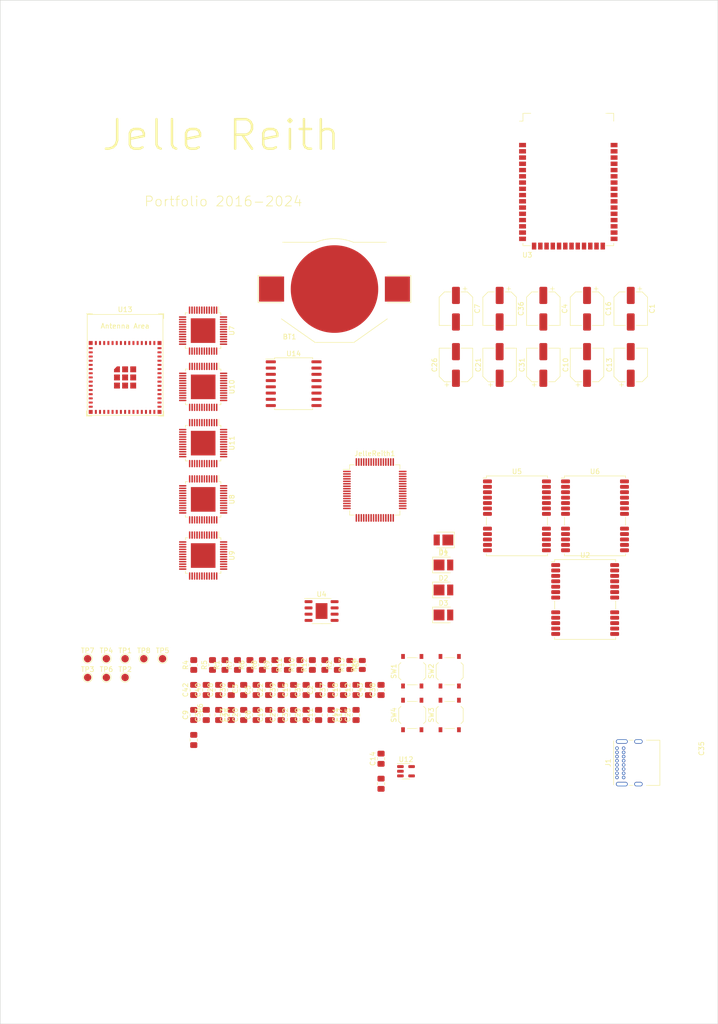
<source format=kicad_pcb>
(kicad_pcb (version 20221018) (generator pcbnew)
  (title_block (title "Portfolio") (date "2024-04-05") (rev "1") (company "Jelle Reith"))
  (layers (0 "F.Cu" signal) (31 "B.Cu" signal) (34 "B.Paste" user) (35 "F.Paste" user) (36 "B.SilkS" user "B.Silkscreen") (37 "F.SilkS" user "F.Silkscreen") (38 "B.Mask" user) (39 "F.Mask" user) (44 "Edge.Cuts" user))
  (net 0 "")
  (net 71 "VCC")
  (net 72 "Net-(JelleReith1-PC0)")
  (net 73 "Net-(JelleReith1-PC1)")
  (net 74 "Net-(JelleReith1-PC2)")
  (net 75 "Net-(JelleReith1-PA0)")
  (net 76 "Net-(JelleReith1-PA1)")
  (net 77 "Net-(JelleReith1-PA2)")
  (net 78 "GND")
  (net 79 "Net-(JelleReith1-PA3)")
  (net 80 "Net-(JelleReith1-PA4)")
  (net 81 "Net-(JelleReith1-PA5)")
  (net 82 "Net-(JelleReith1-PA6)")
  (net 83 "Net-(JelleReith1-PA7)")
  (net 84 "Net-(JelleReith1-PC4)")
  (net 85 "Net-(JelleReith1-PB0)")
  (net 86 "Net-(JelleReith1-PB1)")
  (net 87 "Net-(JelleReith1-PA8)")
  (net 88 "Net-(JelleReith1-PA9)")
  (net 89 "Net-(JelleReith1-PA10)")
  (net 90 "Net-(JelleReith1-PA12)")
  (net 91 "Net-(JelleReith1-PA13)")
  (net 92 "Net-(JelleReith1-PA14)")
  (net 93 "Net-(JelleReith1-PA15)")
  (net 94 "Net-(U2-TIMEPULSE)")
  (net 95 "Net-(U2-RF_IN)")
  (net 96 "Net-(U2-LNA_EN)")
  (net 97 "EN")
  (net 98 "VIN")
  (net 105 "Net-(U5-GND-Pad10)")
  (net 119 "Net-(U6-GND-Pad10)")
  (net 127 "Net-(BT1-+)")
  (net 128 "V_USB")
  (net 129 "3V3")
  (net 130 "SOLSTICE_LED_LINE")
  (net 131 "FUTURE_LED_LINE")
  (net 132 "SOLARGRAPH_LED_LINE")
  (net 133 "SECONDARY_LOCATION_LED_LINE")
  (net 134 "Net-(J1-CC1)")
  (net 135 "USB_D+")
  (net 136 "USB_D-")
  (net 138 "Net-(J1-CC2)")
  (net 140 "Net-(U7-RSET)")
  (net 141 "Net-(U8-RSET)")
  (net 142 "Net-(U9-RSET)")
  (net 143 "Net-(U10-RSET)")
  (net 144 "Net-(U11-RSET)")
  (net 145 "SOLSTICE_EQUINOX_LED")
  (net 146 "FUTURE_LED")
  (net 147 "SOLARGRAPH_LED")
  (net 148 "SECONDARY_LOCATION_LED")
  (net 149 "I2C_SCL")
  (net 150 "I2C_SDA")
  (net 151 "BOOT")
  (net 152 "MODE_BUTTON")
  (net 153 "SELECT_BUTTON")
  (net 154 "LONGITUDE_POT_IN")
  (net 155 "LONGITUDE_POT_IN_BACKUP")
  (net 156 "LATITUDE_POT_IN")
  (net 157 "LATITUDE_POT_IN_BACKUP")
  (net 159 "DR4_SW1")
  (net 160 "DR4_SW2")
  (net 161 "DR4_SW3")
  (net 162 "DR4_SW4")
  (net 163 "DR4_SW5")
  (net 164 "DR4_SW6")
  (net 165 "DR4_SW7")
  (net 166 "DR4_SW8")
  (net 167 "DR4_SW9")
  (net 168 "DR4_SW10")
  (net 169 "DR4_SW11")
  (net 170 "DR4_SW12")
  (net 171 "DR4_CS1")
  (net 172 "DR4_CS2")
  (net 173 "DR4_CS3")
  (net 174 "DR4_CS4")
  (net 175 "DR4_CS5")
  (net 176 "DR4_CS6")
  (net 177 "DR4_CS7")
  (net 178 "DR4_CS8")
  (net 179 "DR4_CS9")
  (net 180 "DR4_CS10")
  (net 181 "DR4_CS11")
  (net 182 "DR4_CS12")
  (net 183 "DR4_CS13")
  (net 184 "DR4_CS14")
  (net 185 "DR4_CS15")
  (net 186 "DR4_CS16")
  (net 188 "SYNC")
  (net 191 "DR5_SW1")
  (net 192 "DR5_SW2")
  (net 193 "DR5_SW3")
  (net 194 "DR5_SW4")
  (net 195 "DR5_SW5")
  (net 196 "DR5_SW6")
  (net 197 "DR5_SW7")
  (net 198 "DR5_SW8")
  (net 199 "DR5_SW9")
  (net 200 "DR5_SW10")
  (net 201 "DR5_SW11")
  (net 202 "DR5_SW12")
  (net 203 "DR5_CS1")
  (net 204 "DR5_CS2")
  (net 205 "DR5_CS3")
  (net 206 "DR5_CS4")
  (net 207 "DR5_CS5")
  (net 208 "DR5_CS6")
  (net 209 "DR5_CS7")
  (net 210 "DR5_CS8")
  (net 211 "DR5_CS9")
  (net 212 "DR5_CS10")
  (net 213 "DR5_CS11")
  (net 214 "DR5_CS12")
  (net 215 "DR5_CS13")
  (net 216 "DR5_CS14")
  (net 217 "DR5_CS15")
  (net 218 "DR5_CS16")
  (net 222 "DR2_SW1")
  (net 223 "DR2_SW2")
  (net 224 "DR2_SW3")
  (net 225 "DR2_SW4")
  (net 226 "DR2_SW5")
  (net 227 "DR2_SW6")
  (net 228 "DR2_SW7")
  (net 229 "DR2_SW8")
  (net 230 "DR2_SW9")
  (net 231 "DR2_SW10")
  (net 232 "DR2_SW11")
  (net 233 "DR2_SW12")
  (net 234 "DR2_CS1")
  (net 235 "DR2_CS2")
  (net 236 "DR2_CS3")
  (net 237 "DR2_CS4")
  (net 238 "DR2_CS5")
  (net 239 "DR2_CS6")
  (net 240 "DR2_CS7")
  (net 241 "DR2_CS8")
  (net 242 "DR2_CS9")
  (net 243 "DR2_CS10")
  (net 244 "DR2_CS11")
  (net 245 "DR2_CS12")
  (net 246 "DR2_CS13")
  (net 247 "DR2_CS14")
  (net 248 "DR2_CS15")
  (net 249 "DR2_CS16")
  (net 253 "DR3_SW1")
  (net 254 "DR3_SW2")
  (net 255 "DR3_SW3")
  (net 256 "DR3_SW4")
  (net 257 "DR3_SW5")
  (net 258 "DR3_SW6")
  (net 259 "DR3_SW7")
  (net 260 "DR3_SW8")
  (net 261 "DR3_SW9")
  (net 262 "DR3_SW10")
  (net 263 "DR3_SW11")
  (net 264 "DR3_SW12")
  (net 265 "DR3_CS1")
  (net 266 "DR3_CS2")
  (net 267 "DR3_CS3")
  (net 268 "DR3_CS4")
  (net 269 "DR3_CS5")
  (net 270 "DR3_CS6")
  (net 271 "DR3_CS7")
  (net 272 "DR3_CS8")
  (net 273 "DR3_CS9")
  (net 274 "DR3_CS10")
  (net 275 "DR3_CS11")
  (net 276 "DR3_CS12")
  (net 277 "DR3_CS13")
  (net 278 "DR3_CS14")
  (net 279 "DR3_CS15")
  (net 280 "DR3_CS16")
  (net 284 "DR1_SW1")
  (net 285 "DR1_SW2")
  (net 286 "DR1_SW3")
  (net 287 "DR1_SW4")
  (net 288 "DR1_SW5")
  (net 289 "DR1_SW6")
  (net 290 "DR1_SW7")
  (net 291 "DR1_SW8")
  (net 292 "DR1_SW9")
  (net 293 "DR1_SW10")
  (net 294 "DR1_SW11")
  (net 295 "DR1_SW12")
  (net 296 "DR1_CS1")
  (net 297 "DR1_CS2")
  (net 298 "DR1_CS3")
  (net 299 "DR1_CS4")
  (net 300 "DR1_CS5")
  (net 301 "DR1_CS6")
  (net 302 "DR1_CS7")
  (net 303 "DR1_CS8")
  (net 304 "DR1_CS9")
  (net 305 "DR1_CS10")
  (net 306 "DR1_CS11")
  (net 307 "DR1_CS12")
  (net 308 "DR1_CS13")
  (net 309 "DR1_CS14")
  (net 310 "DR1_CS15")
  (net 311 "DR1_CS16")
  (footprint "Capacitor_SMD:C_0805_2012Metric_Pad1.18x1.45mm_HandSolder" (layer "F.Cu") (at 73.39 140.7 90)
    (fp_text reference "C12")
    (fp_text value "0.47uF")
  )
  (footprint "Resistor_SMD:R_0805_2012Metric_Pad1.20x1.40mm_HandSolder" (layer "F.Cu") (at 56.88 135.62 90)
    (fp_text reference "R9")
    (fp_text value "10K")
  )
  (footprint "Button_Switch_SMD:SW_Push_1P1T_XKB_TS-1187A" (layer "F.Cu") (at 84.82 145.78 90)
    (fp_text reference "SW4")
    (fp_text value "SW_Push")
  )
  (footprint "Espressif:ESP32-S3-MINI-1" (layer "F.Cu") (at 26.4 77.2)
    (fp_text reference "U13")
    (fp_text value "ESP32-S3-MINI-1")
  )
  (footprint "Resistor_SMD:R_0805_2012Metric_Pad1.20x1.40mm_HandSolder" (layer "F.Cu") (at 69.58 135.62 90)
    (fp_text reference "R2")
    (fp_text value "20K")
  )
  (footprint "Capacitor_SMD:CP_Elec_6.3x7.7" (layer "F.Cu") (at 111.49 74.66 90)
    (fp_text reference "C31")
    (fp_text value "C_Polarized")
  )
  (footprint "Battery:BatteryHolder_Keystone_3002_1x2032" (layer "F.Cu") (at 69 59.24)
    (fp_text reference "BT1")
    (fp_text value "Battery_Cell")
  )
  (footprint "Capacitor_SMD:C_0805_2012Metric_Pad1.18x1.45mm_HandSolder" (layer "F.Cu") (at 42.91 140.7 90)
    (fp_text reference "C40")
    (fp_text value "0.1uF")
  )
  (footprint "TestPoint:TestPoint_Pad_D1.5mm" (layer "F.Cu") (at 26.4 138.16)
    (fp_text reference "TP2")
    (fp_text value "TestPoint")
  )
  (footprint "Resistor_SMD:R_0805_2012Metric_Pad1.20x1.40mm_HandSolder" (layer "F.Cu") (at 51.8 135.62 90)
    (fp_text reference "R6")
    (fp_text value "5.1K")
  )
  (footprint "Capacitor_SMD:CP_Elec_6.3x7.7" (layer "F.Cu") (at 129.27 74.66 90)
    (fp_text reference "C13")
    (fp_text value "C_Polarized")
  )
  (footprint "Resistor_SMD:R_0805_2012Metric_Pad1.20x1.40mm_HandSolder" (layer "F.Cu") (at 46.72 135.62 90)
    (fp_text reference "R1")
    (fp_text value "20K")
  )
  (footprint "RF_GPS:ublox_NEO" (layer "F.Cu") (at 106.12 105.32)
    (fp_text reference "U5")
    (fp_text value "NEO-M8N")
  )
  (footprint "TestPoint:TestPoint_Pad_D1.5mm" (layer "F.Cu") (at 34.02 134.35)
    (fp_text reference "TP5")
    (fp_text value "TestPoint")
  )
  (footprint "Capacitor_SMD:C_0805_2012Metric_Pad1.18x1.45mm_HandSolder" (layer "F.Cu") (at 53.07 145.78 90)
    (fp_text reference "C8")
    (fp_text value "0.1uF")
  )
  (footprint "Capacitor_SMD:C_0805_2012Metric_Pad1.18x1.45mm_HandSolder" (layer "F.Cu") (at 42.91 145.78 90)
    (fp_text reference "C33")
    (fp_text value "0.1uF")
  )
  (footprint "Capacitor_SMD:C_0805_2012Metric_Pad1.18x1.45mm_HandSolder" (layer "F.Cu") (at 68.31 145.78 -90)
    (fp_text reference "C17")
    (fp_text value "0.47uF")
  )
  (footprint "Capacitor_SMD:C_0805_2012Metric_Pad1.18x1.45mm_HandSolder" (layer "F.Cu") (at 53.07 140.7 90)
    (fp_text reference "C5")
    (fp_text value "0.1uF")
  )
  (footprint "Capacitor_SMD:C_0805_2012Metric_Pad1.18x1.45mm_HandSolder" (layer "F.Cu") (at 50.53 145.78 90)
    (fp_text reference "C20")
    (fp_text value "0.1uF")
  )
  (footprint "Capacitor_SMD:C_0805_2012Metric_Pad1.18x1.45mm_HandSolder" (layer "F.Cu") (at 45.45 145.78 -90)
    (fp_text reference "C24")
    (fp_text value "0.47uF")
  )
  (footprint "TestPoint:TestPoint_Pad_D1.5mm" (layer "F.Cu") (at 22.59 134.35)
    (fp_text reference "TP4")
    (fp_text value "TestPoint")
  )
  (footprint "Connector_USB:USB_C_Receptacle_GCT_USB4085" (layer "F.Cu") (at 126.475 158.475 90)
    (fp_text reference "J1")
    (fp_text value "USB_C_Receptacle_USB2.0")
  )
  (footprint "Capacitor_SMD:C_0805_2012Metric_Pad1.18x1.45mm_HandSolder" (layer "F.Cu") (at 78.47 159.75 90)
    (fp_text reference "C35")
    (fp_text value "0.1uF")
  )
  (footprint "Capacitor_SMD:CP_Elec_6.3x7.7" (layer "F.Cu") (at 102.6 63.23 -90)
    (fp_text reference "C36")
    (fp_text value "C_Polarized")
  )
  (footprint "LED_SMD:LED_PLCC_2835" (layer "F.Cu") (at 91.17 115.3)
    (fp_text reference "D1")
    (fp_text value "LED")
  )
  (footprint "Package_SO:HTSOP-8-1EP_3.9x4.9mm_P1.27mm_EP2.4x3.2mm" (layer "F.Cu") (at 66.37 124.66)
    (fp_text reference "U4")
    (fp_text value "BD90FC0WEFJ")
  )
  (footprint "Package_TO_SOT_SMD:SOT-23-5" (layer "F.Cu") (at 83.55 157.21)
    (fp_text reference "U12")
    (fp_text value "AP2112K-3.3")
  )
  (footprint "Capacitor_SMD:C_0805_2012Metric_Pad1.18x1.45mm_HandSolder" (layer "F.Cu") (at 55.61 140.7 90)
    (fp_text reference "C22")
    (fp_text value "0.47uF")
  )
  (footprint "Capacitor_SMD:C_0805_2012Metric_Pad1.18x1.45mm_HandSolder" (layer "F.Cu") (at 78.47 140.7 90)
    (fp_text reference "C38")
    (fp_text value "0.1uF")
  )
  (footprint "Capacitor_SMD:C_0805_2012Metric_Pad1.18x1.45mm_HandSolder" (layer "F.Cu") (at 78.47 154.67 90)
    (fp_text reference "C14")
    (fp_text value "0.1uF")
  )
  (footprint "Capacitor_SMD:C_0805_2012Metric_Pad1.18x1.45mm_HandSolder" (layer "F.Cu") (at 60.69 140.7 90)
    (fp_text reference "C15")
    (fp_text value "0.47uF")
  )
  (footprint "TestPoint:TestPoint_Pad_D1.5mm" (layer "F.Cu") (at 26.4 134.35)
    (fp_text reference "TP1")
    (fp_text value "TestPoint")
  )
  (footprint "Capacitor_SMD:C_0805_2012Metric_Pad1.18x1.45mm_HandSolder" (layer "F.Cu") (at 63.23 145.78 90)
    (fp_text reference "C29")
    (fp_text value "0.47uF")
  )
  (footprint "Capacitor_SMD:CP_Elec_6.3x7.7" (layer "F.Cu") (at 129.27 63.23 -90)
    (fp_text reference "C1")
    (fp_text value "C_Polarized")
  )
  (footprint "Capacitor_SMD:C_0805_2012Metric_Pad1.18x1.45mm_HandSolder" (layer "F.Cu") (at 40.37 150.86 90)
    (fp_text reference "C6")
    (fp_text value "0.47uF")
  )
  (footprint "RF_GPS:ublox_NEO" (layer "F.Cu") (at 122 105.32)
    (fp_text reference "U6")
    (fp_text value "NEO-M8N")
  )
  (footprint "Resistor_SMD:R_0805_2012Metric" (layer "F.Cu") (at 72.12 135.62 90)
    (fp_text reference "R13")
    (fp_text value "2k")
  )
  (footprint "Resistor_SMD:R_0805_2012Metric_Pad1.20x1.40mm_HandSolder" (layer "F.Cu") (at 49.26 135.62 90)
    (fp_text reference "R7")
    (fp_text value "5.1K")
  )
  (footprint "Resistor_SMD:R_0805_2012Metric_Pad1.20x1.40mm_HandSolder" (layer "F.Cu") (at 61.96 135.62 90)
    (fp_text reference "R10")
    (fp_text value "10K")
  )
  (footprint "Resistor_SMD:R_0805_2012Metric_Pad1.20x1.40mm_HandSolder" (layer "F.Cu") (at 67.04 135.62 90)
    (fp_text reference "R3")
    (fp_text value "20K")
  )
  (footprint "LED_SMD:LED_PLCC_2835" (layer "F.Cu") (at 91.17 120.38)
    (fp_text reference "D2")
    (fp_text value "LED")
  )
  (footprint "Capacitor_SMD:C_0805_2012Metric_Pad1.18x1.45mm_HandSolder" (layer "F.Cu") (at 50.53 140.7 90)
    (fp_text reference "C3")
    (fp_text value "0.47uF")
  )
  (footprint "Capacitor_SMD:CP_Elec_6.3x7.7" (layer "F.Cu") (at 102.6 74.66 90)
    (fp_text reference "C21")
    (fp_text value "C_Polarized")
  )
  (footprint "Capacitor_SMD:C_0805_2012Metric_Pad1.18x1.45mm_HandSolder" (layer "F.Cu") (at 47.99 140.7 90)
    (fp_text reference "C30")
    (fp_text value "0.1uF")
  )
  (footprint "Resistor_SMD:R_0805_2012Metric" (layer "F.Cu") (at 74.66 135.62 90)
    (fp_text reference "R14")
    (fp_text value "2k")
  )
  (footprint "Capacitor_SMD:CP_Elec_6.3x7.7" (layer "F.Cu") (at 93.71 74.66 90)
    (fp_text reference "C26")
    (fp_text value "C_Polarized")
  )
  (footprint "Capacitor_SMD:C_0805_2012Metric_Pad1.18x1.45mm_HandSolder" (layer "F.Cu") (at 63.23 140.7 90)
    (fp_text reference "C34")
    (fp_text value "0.47uF")
  )
  (footprint "Button_Switch_SMD:SW_Push_1P1T_XKB_TS-1187A" (layer "F.Cu") (at 92.44 145.78 90)
    (fp_text reference "SW3")
    (fp_text value "SW_Push")
  )
  (footprint "Capacitor_SMD:C_0805_2012Metric_Pad1.18x1.45mm_HandSolder" (layer "F.Cu") (at 75.93 140.7 90)
    (fp_text reference "C43")
    (fp_text value "1uF")
  )
  (footprint "Package_QFP:LQFP-64_10x10mm_P0.5mm" (layer "F.Cu") (at 77.2 100.06)
    (fp_text reference "JelleReith1")
    (fp_text value "STM32G491RETx")
  )
  (footprint "Capacitor_SMD:C_0805_2012Metric_Pad1.18x1.45mm_HandSolder" (layer "F.Cu") (at 70.85 140.7 90)
    (fp_text reference "C18")
    (fp_text value "0.1uF")
  )
  (footprint "Capacitor_SMD:C_0805_2012Metric_Pad1.18x1.45mm_HandSolder" (layer "F.Cu") (at 40.37 145.78 90)
    (fp_text reference "C9")
    (fp_text value "0.47uF")
  )
  (footprint "Capacitor_SMD:CP_Elec_6.3x7.7" (layer "F.Cu") (at 120.38 63.23 -90)
    (fp_text reference "C16")
    (fp_text value "C_Polarized")
  )
  (footprint "Capacitor_SMD:C_0805_2012Metric_Pad1.18x1.45mm_HandSolder" (layer "F.Cu") (at 58.15 145.78 90)
    (fp_text reference "C27")
    (fp_text value "0.47uF")
  )
  (footprint "Button_Switch_SMD:SW_Push_1P1T_XKB_TS-1187A" (layer "F.Cu") (at 84.82 136.89 90)
    (fp_text reference "SW1")
    (fp_text value "SW_Push")
  )
  (footprint "Capacitor_SMD:C_0805_2012Metric_Pad1.18x1.45mm_HandSolder" (layer "F.Cu") (at 58.15 140.7 90)
    (fp_text reference "C39")
    (fp_text value "0.47uF")
  )
  (footprint "Resistor_SMD:R_0805_2012Metric_Pad1.20x1.40mm_HandSolder" (layer "F.Cu") (at 59.42 135.62 90)
    (fp_text reference "R11")
    (fp_text value "10K")
  )
  (footprint "Capacitor_SMD:C_0805_2012Metric_Pad1.18x1.45mm_HandSolder" (layer "F.Cu") (at 45.45 140.7 90)
    (fp_text reference "C28")
    (fp_text value "0.1uF")
  )
  (footprint "Capacitor_SMD:C_0805_2012Metric_Pad1.18x1.45mm_HandSolder" (layer "F.Cu") (at 47.99 145.78 90)
    (fp_text reference "C23")
    (fp_text value "0.1uF")
  )
  (footprint "RF_GPS:ublox_NEO" (layer "F.Cu") (at 120 122.32)
    (fp_text reference "U2")
    (fp_text value "NEO-M8N")
  )
  (footprint "Capacitor_SMD:C_0805_2012Metric_Pad1.18x1.45mm_HandSolder" (layer "F.Cu") (at 60.69 145.78 90)
    (fp_text reference "C32")
    (fp_text value "0.47uF")
  )
  (footprint "Capacitor_SMD:C_0805_2012Metric_Pad1.18x1.45mm_HandSolder" (layer "F.Cu") (at 73.39 145.78 90)
    (fp_text reference "C25")
    (fp_text value "0.1uF")
  )
  (footprint "TestPoint:TestPoint_Pad_D1.5mm" (layer "F.Cu") (at 30.21 134.35)
    (fp_text reference "TP8")
    (fp_text value "TestPoint")
  )
  (footprint "Package_QFP:TQFP-48-1EP_7x7mm_P0.5mm_EP5x5mm" (layer "F.Cu") (at 42.265 67.685 -90)
    (fp_text reference "U7")
    (fp_text value "IS31FL3733-TQ")
  )
  (footprint "TestPoint:TestPoint_Pad_D1.5mm" (layer "F.Cu") (at 18.78 134.35)
    (fp_text reference "TP7")
    (fp_text value "TestPoint")
  )
  (footprint "RF_WiFi:USR-C322" (layer "F.Cu") (at 116.57 40.37)
    (fp_text reference "U3")
    (fp_text value "USR-C322")
  )
  (footprint "Capacitor_SMD:CP_Elec_6.3x7.7" (layer "F.Cu") (at 120.38 74.66 90)
    (fp_text reference "C10")
    (fp_text value "C_Polarized")
  )
  (footprint "Capacitor_SMD:C_0805_2012Metric_Pad1.18x1.45mm_HandSolder" (layer "F.Cu") (at 65.77 145.78 90)
    (fp_text reference "C11")
    (fp_text value "0.1uF")
  )
  (footprint "Button_Switch_SMD:SW_Push_1P1T_XKB_TS-1187A" (layer "F.Cu") (at 92.44 136.89 90)
    (fp_text reference "SW2")
    (fp_text value "SW_Push")
  )
  (footprint "TestPoint:TestPoint_Pad_D1.5mm" (layer "F.Cu") (at 18.78 138.16)
    (fp_text reference "TP3")
    (fp_text value "TestPoint")
  )
  (footprint "LED_SMD:LED_PLCC_2835" (layer "F.Cu") (at 91.17 110.22 180)
    (fp_text reference "D4")
    (fp_text value "LED")
  )
  (footprint "Capacitor_SMD:C_0805_2012Metric_Pad1.18x1.45mm_HandSolder" (layer "F.Cu") (at 55.61 145.78 90)
    (fp_text reference "C19")
    (fp_text value "0.47uF")
  )
  (footprint "Resistor_SMD:R_0805_2012Metric_Pad1.20x1.40mm_HandSolder" (layer "F.Cu") (at 40.37 135.62 90)
    (fp_text reference "R4")
    (fp_text value "20K")
  )
  (footprint "Package_QFP:TQFP-48-1EP_7x7mm_P0.5mm_EP5x5mm" (layer "F.Cu") (at 42.285 79.115 -90)
    (fp_text reference "U10")
    (fp_text value "IS31FL3733-TQ")
  )
  (footprint "Capacitor_SMD:CP_Elec_6.3x7.7" (layer "F.Cu") (at 111.49 63.23 -90)
    (fp_text reference "C4")
    (fp_text value "C_Polarized")
  )
  (footprint "Capacitor_SMD:C_0805_2012Metric_Pad1.18x1.45mm_HandSolder" (layer "F.Cu") (at 40.37 140.7 90)
    (fp_text reference "C42")
    (fp_text value "22uF")
  )
  (footprint "Resistor_SMD:R_0805_2012Metric_Pad1.20x1.40mm_HandSolder" (layer "F.Cu") (at 44.18 135.62 90)
    (fp_text reference "R5")
    (fp_text value "20K")
  )
  (footprint "Capacitor_SMD:C_0805_2012Metric_Pad1.18x1.45mm_HandSolder" (layer "F.Cu") (at 65.77 140.7 90)
    (fp_text reference "C2")
    (fp_text value "0.1uF")
  )
  (footprint "Resistor_SMD:R_0805_2012Metric_Pad1.20x1.40mm_HandSolder" (layer "F.Cu") (at 64.5 135.62 90)
    (fp_text reference "R12")
    (fp_text value "10K")
  )
  (footprint "TestPoint:TestPoint_Pad_D1.5mm" (layer "F.Cu") (at 22.59 138.16)
    (fp_text reference "TP6")
    (fp_text value "TestPoint")
  )
  (footprint "Resistor_SMD:R_0805_2012Metric_Pad1.20x1.40mm_HandSolder" (layer "F.Cu") (at 54.34 135.62 90)
    (fp_text reference "R8")
    (fp_text value "5.1K")
  )
  (footprint "Package_QFP:TQFP-48-1EP_7x7mm_P0.5mm_EP5x5mm" (layer "F.Cu") (at 42.285 101.975 -90)
    (fp_text reference "U8")
    (fp_text value "IS31FL3733-TQ")
  )
  (footprint "Package_SO:SOIC-16W_7.5x10.3mm_P1.27mm" (layer "F.Cu") (at 60.69 78.47)
    (fp_text reference "U14")
    (fp_text value "DS3231M")
  )
  (footprint "Capacitor_SMD:C_0805_2012Metric_Pad1.18x1.45mm_HandSolder" (layer "F.Cu") (at 70.85 145.78 90)
    (fp_text reference "C41")
    (fp_text value "22uF")
  )
  (footprint "Capacitor_SMD:CP_Elec_6.3x7.7" (layer "F.Cu") (at 93.71 63.23 -90)
    (fp_text reference "C7")
    (fp_text value "C_Polarized")
  )
  (footprint "LED_SMD:LED_PLCC_2835" (layer "F.Cu") (at 91.17 125.46)
    (fp_text reference "D3")
    (fp_text value "LED")
  )
  (footprint "Package_QFP:TQFP-48-1EP_7x7mm_P0.5mm_EP5x5mm" (layer "F.Cu") (at 42.285 90.545 -90)
    (fp_text reference "U11")
    (fp_text value "IS31FL3733-TQ")
  )
  (footprint "Capacitor_SMD:C_0805_2012Metric_Pad1.18x1.45mm_HandSolder" (layer "F.Cu") (at 68.31 140.7 90)
    (fp_text reference "C37")
    (fp_text value "0.47uF")
  )
  (footprint "Package_QFP:TQFP-48-1EP_7x7mm_P0.5mm_EP5x5mm" (layer "F.Cu") (at 42.285 113.385 -90)
    (fp_text reference "U9")
    (fp_text value "IS31FL3733-TQ")
  )
  (gr_rect (start 1 0.56) (end 147 208.56) (stroke (width 0.1)) (fill none) (layer "Edge.Cuts"))
  (gr_text "Portfolio 2016-2024" (at 30.2 42.6) (layer "F.SilkS") (effects (font (size 2 2)) (justify left bottom)))
  (gr_text "Jelle Reith" (at 21.32 31.48) (layer "F.SilkS") (effects (font (size 6 6) (thickness 0.5)) (justify left bottom)))
)
</source>
